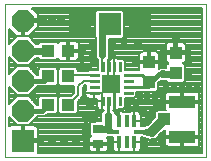
<source format=gtl>
G75*
%MOIN*%
%OFA0B0*%
%FSLAX25Y25*%
%IPPOS*%
%LPD*%
%AMOC8*
5,1,8,0,0,1.08239X$1,22.5*
%
%ADD10C,0.00000*%
%ADD11C,0.00266*%
%ADD12R,0.05906X0.05906*%
%ADD13R,0.04134X0.03937*%
%ADD14R,0.08661X0.04134*%
%ADD15R,0.04331X0.03937*%
%ADD16R,0.03937X0.04331*%
%ADD17R,0.07400X0.07400*%
%ADD18OC8,0.07400*%
%ADD19R,0.01378X0.03937*%
%ADD20R,0.03937X0.01378*%
%ADD21R,0.03543X0.02756*%
%ADD22C,0.00800*%
%ADD23C,0.01000*%
%ADD24OC8,0.02381*%
%ADD25C,0.01600*%
%ADD26C,0.02400*%
%ADD27C,0.01378*%
%ADD28C,0.03200*%
D10*
X0001400Y0002688D02*
X0001400Y0053869D01*
X0068329Y0053869D01*
X0068329Y0002688D01*
X0001400Y0002688D01*
D11*
X0029683Y0023746D02*
X0032605Y0023746D01*
X0029683Y0023746D02*
X0029683Y0024542D01*
X0032605Y0024542D01*
X0032605Y0023746D01*
X0032605Y0024011D02*
X0029683Y0024011D01*
X0029683Y0024276D02*
X0032605Y0024276D01*
X0032605Y0024541D02*
X0029683Y0024541D01*
X0029683Y0025715D02*
X0032605Y0025715D01*
X0029683Y0025715D02*
X0029683Y0026511D01*
X0032605Y0026511D01*
X0032605Y0025715D01*
X0032605Y0025980D02*
X0029683Y0025980D01*
X0029683Y0026245D02*
X0032605Y0026245D01*
X0032605Y0026510D02*
X0029683Y0026510D01*
X0029683Y0027683D02*
X0032605Y0027683D01*
X0029683Y0027683D02*
X0029683Y0028479D01*
X0032605Y0028479D01*
X0032605Y0027683D01*
X0032605Y0027948D02*
X0029683Y0027948D01*
X0029683Y0028213D02*
X0032605Y0028213D01*
X0032605Y0028478D02*
X0029683Y0028478D01*
X0029683Y0029652D02*
X0032605Y0029652D01*
X0029683Y0029652D02*
X0029683Y0030448D01*
X0032605Y0030448D01*
X0032605Y0029652D01*
X0032605Y0029917D02*
X0029683Y0029917D01*
X0029683Y0030182D02*
X0032605Y0030182D01*
X0032605Y0030447D02*
X0029683Y0030447D01*
X0033482Y0031325D02*
X0033482Y0034247D01*
X0034278Y0034247D01*
X0034278Y0031325D01*
X0033482Y0031325D01*
X0033482Y0031590D02*
X0034278Y0031590D01*
X0034278Y0031855D02*
X0033482Y0031855D01*
X0033482Y0032120D02*
X0034278Y0032120D01*
X0034278Y0032385D02*
X0033482Y0032385D01*
X0033482Y0032650D02*
X0034278Y0032650D01*
X0034278Y0032915D02*
X0033482Y0032915D01*
X0033482Y0033180D02*
X0034278Y0033180D01*
X0034278Y0033445D02*
X0033482Y0033445D01*
X0033482Y0033710D02*
X0034278Y0033710D01*
X0034278Y0033975D02*
X0033482Y0033975D01*
X0033482Y0034240D02*
X0034278Y0034240D01*
X0035451Y0034247D02*
X0035451Y0031325D01*
X0035451Y0034247D02*
X0036247Y0034247D01*
X0036247Y0031325D01*
X0035451Y0031325D01*
X0035451Y0031590D02*
X0036247Y0031590D01*
X0036247Y0031855D02*
X0035451Y0031855D01*
X0035451Y0032120D02*
X0036247Y0032120D01*
X0036247Y0032385D02*
X0035451Y0032385D01*
X0035451Y0032650D02*
X0036247Y0032650D01*
X0036247Y0032915D02*
X0035451Y0032915D01*
X0035451Y0033180D02*
X0036247Y0033180D01*
X0036247Y0033445D02*
X0035451Y0033445D01*
X0035451Y0033710D02*
X0036247Y0033710D01*
X0036247Y0033975D02*
X0035451Y0033975D01*
X0035451Y0034240D02*
X0036247Y0034240D01*
X0037419Y0034247D02*
X0037419Y0031325D01*
X0037419Y0034247D02*
X0038215Y0034247D01*
X0038215Y0031325D01*
X0037419Y0031325D01*
X0037419Y0031590D02*
X0038215Y0031590D01*
X0038215Y0031855D02*
X0037419Y0031855D01*
X0037419Y0032120D02*
X0038215Y0032120D01*
X0038215Y0032385D02*
X0037419Y0032385D01*
X0037419Y0032650D02*
X0038215Y0032650D01*
X0038215Y0032915D02*
X0037419Y0032915D01*
X0037419Y0033180D02*
X0038215Y0033180D01*
X0038215Y0033445D02*
X0037419Y0033445D01*
X0037419Y0033710D02*
X0038215Y0033710D01*
X0038215Y0033975D02*
X0037419Y0033975D01*
X0037419Y0034240D02*
X0038215Y0034240D01*
X0039388Y0034247D02*
X0039388Y0031325D01*
X0039388Y0034247D02*
X0040184Y0034247D01*
X0040184Y0031325D01*
X0039388Y0031325D01*
X0039388Y0031590D02*
X0040184Y0031590D01*
X0040184Y0031855D02*
X0039388Y0031855D01*
X0039388Y0032120D02*
X0040184Y0032120D01*
X0040184Y0032385D02*
X0039388Y0032385D01*
X0039388Y0032650D02*
X0040184Y0032650D01*
X0040184Y0032915D02*
X0039388Y0032915D01*
X0039388Y0033180D02*
X0040184Y0033180D01*
X0040184Y0033445D02*
X0039388Y0033445D01*
X0039388Y0033710D02*
X0040184Y0033710D01*
X0040184Y0033975D02*
X0039388Y0033975D01*
X0039388Y0034240D02*
X0040184Y0034240D01*
X0041061Y0029652D02*
X0043983Y0029652D01*
X0041061Y0029652D02*
X0041061Y0030448D01*
X0043983Y0030448D01*
X0043983Y0029652D01*
X0043983Y0029917D02*
X0041061Y0029917D01*
X0041061Y0030182D02*
X0043983Y0030182D01*
X0043983Y0030447D02*
X0041061Y0030447D01*
X0041061Y0027683D02*
X0043983Y0027683D01*
X0041061Y0027683D02*
X0041061Y0028479D01*
X0043983Y0028479D01*
X0043983Y0027683D01*
X0043983Y0027948D02*
X0041061Y0027948D01*
X0041061Y0028213D02*
X0043983Y0028213D01*
X0043983Y0028478D02*
X0041061Y0028478D01*
X0041061Y0025715D02*
X0043983Y0025715D01*
X0041061Y0025715D02*
X0041061Y0026511D01*
X0043983Y0026511D01*
X0043983Y0025715D01*
X0043983Y0025980D02*
X0041061Y0025980D01*
X0041061Y0026245D02*
X0043983Y0026245D01*
X0043983Y0026510D02*
X0041061Y0026510D01*
X0041061Y0023746D02*
X0043983Y0023746D01*
X0041061Y0023746D02*
X0041061Y0024542D01*
X0043983Y0024542D01*
X0043983Y0023746D01*
X0043983Y0024011D02*
X0041061Y0024011D01*
X0041061Y0024276D02*
X0043983Y0024276D01*
X0043983Y0024541D02*
X0041061Y0024541D01*
X0039388Y0022869D02*
X0039388Y0019947D01*
X0039388Y0022869D02*
X0040184Y0022869D01*
X0040184Y0019947D01*
X0039388Y0019947D01*
X0039388Y0020212D02*
X0040184Y0020212D01*
X0040184Y0020477D02*
X0039388Y0020477D01*
X0039388Y0020742D02*
X0040184Y0020742D01*
X0040184Y0021007D02*
X0039388Y0021007D01*
X0039388Y0021272D02*
X0040184Y0021272D01*
X0040184Y0021537D02*
X0039388Y0021537D01*
X0039388Y0021802D02*
X0040184Y0021802D01*
X0040184Y0022067D02*
X0039388Y0022067D01*
X0039388Y0022332D02*
X0040184Y0022332D01*
X0040184Y0022597D02*
X0039388Y0022597D01*
X0039388Y0022862D02*
X0040184Y0022862D01*
X0037419Y0022869D02*
X0037419Y0019947D01*
X0037419Y0022869D02*
X0038215Y0022869D01*
X0038215Y0019947D01*
X0037419Y0019947D01*
X0037419Y0020212D02*
X0038215Y0020212D01*
X0038215Y0020477D02*
X0037419Y0020477D01*
X0037419Y0020742D02*
X0038215Y0020742D01*
X0038215Y0021007D02*
X0037419Y0021007D01*
X0037419Y0021272D02*
X0038215Y0021272D01*
X0038215Y0021537D02*
X0037419Y0021537D01*
X0037419Y0021802D02*
X0038215Y0021802D01*
X0038215Y0022067D02*
X0037419Y0022067D01*
X0037419Y0022332D02*
X0038215Y0022332D01*
X0038215Y0022597D02*
X0037419Y0022597D01*
X0037419Y0022862D02*
X0038215Y0022862D01*
X0035451Y0022869D02*
X0035451Y0019947D01*
X0035451Y0022869D02*
X0036247Y0022869D01*
X0036247Y0019947D01*
X0035451Y0019947D01*
X0035451Y0020212D02*
X0036247Y0020212D01*
X0036247Y0020477D02*
X0035451Y0020477D01*
X0035451Y0020742D02*
X0036247Y0020742D01*
X0036247Y0021007D02*
X0035451Y0021007D01*
X0035451Y0021272D02*
X0036247Y0021272D01*
X0036247Y0021537D02*
X0035451Y0021537D01*
X0035451Y0021802D02*
X0036247Y0021802D01*
X0036247Y0022067D02*
X0035451Y0022067D01*
X0035451Y0022332D02*
X0036247Y0022332D01*
X0036247Y0022597D02*
X0035451Y0022597D01*
X0035451Y0022862D02*
X0036247Y0022862D01*
X0033482Y0022869D02*
X0033482Y0019947D01*
X0033482Y0022869D02*
X0034278Y0022869D01*
X0034278Y0019947D01*
X0033482Y0019947D01*
X0033482Y0020212D02*
X0034278Y0020212D01*
X0034278Y0020477D02*
X0033482Y0020477D01*
X0033482Y0020742D02*
X0034278Y0020742D01*
X0034278Y0021007D02*
X0033482Y0021007D01*
X0033482Y0021272D02*
X0034278Y0021272D01*
X0034278Y0021537D02*
X0033482Y0021537D01*
X0033482Y0021802D02*
X0034278Y0021802D01*
X0034278Y0022067D02*
X0033482Y0022067D01*
X0033482Y0022332D02*
X0034278Y0022332D01*
X0034278Y0022597D02*
X0033482Y0022597D01*
X0033482Y0022862D02*
X0034278Y0022862D01*
D12*
X0036833Y0027097D03*
D13*
X0054451Y0015286D03*
D14*
X0060455Y0021093D03*
X0060455Y0009479D03*
D15*
X0022463Y0020168D03*
X0015770Y0020168D03*
X0015770Y0029578D03*
X0022463Y0029578D03*
X0022463Y0038121D03*
X0015770Y0038121D03*
D16*
X0049431Y0034381D03*
X0049431Y0027688D03*
X0058290Y0030837D03*
X0058290Y0037530D03*
D17*
X0046282Y0046979D03*
X0036282Y0046979D03*
X0026282Y0046979D03*
X0007306Y0008200D03*
D18*
X0007306Y0018200D03*
X0007306Y0028200D03*
X0007306Y0038200D03*
X0007306Y0048200D03*
D19*
X0039392Y0014696D03*
X0041951Y0014696D03*
X0044510Y0014696D03*
X0044510Y0007609D03*
X0041951Y0007609D03*
X0039392Y0007609D03*
D20*
X0037424Y0011152D03*
X0046479Y0011152D03*
D21*
X0032502Y0012137D03*
X0032502Y0007019D03*
D22*
X0032213Y0007307D02*
X0032213Y0006730D01*
X0029331Y0006730D01*
X0029331Y0005456D01*
X0029426Y0005100D01*
X0029610Y0004781D01*
X0029871Y0004520D01*
X0030190Y0004336D01*
X0030546Y0004241D01*
X0032213Y0004241D01*
X0032213Y0006729D01*
X0032791Y0006729D01*
X0032791Y0004241D01*
X0034458Y0004241D01*
X0034814Y0004336D01*
X0035134Y0004520D01*
X0035394Y0004781D01*
X0035579Y0005100D01*
X0035674Y0005456D01*
X0035674Y0006730D01*
X0032791Y0006730D01*
X0032791Y0007307D01*
X0035674Y0007307D01*
X0035674Y0008581D01*
X0035579Y0008937D01*
X0035394Y0009256D01*
X0035287Y0009363D01*
X0037303Y0009363D01*
X0037303Y0007609D01*
X0037303Y0005456D01*
X0037399Y0005100D01*
X0037583Y0004781D01*
X0037844Y0004520D01*
X0038163Y0004336D01*
X0038519Y0004241D01*
X0039392Y0004241D01*
X0039392Y0007609D01*
X0037303Y0007609D01*
X0039392Y0007609D01*
X0039392Y0007609D01*
X0039392Y0007609D01*
X0039392Y0004241D01*
X0040265Y0004241D01*
X0040621Y0004336D01*
X0040941Y0004520D01*
X0040961Y0004541D01*
X0042941Y0004541D01*
X0042962Y0004520D01*
X0043281Y0004336D01*
X0043637Y0004241D01*
X0044510Y0004241D01*
X0044510Y0007609D01*
X0044510Y0007609D01*
X0044510Y0004241D01*
X0045384Y0004241D01*
X0045740Y0004336D01*
X0046059Y0004520D01*
X0046319Y0004781D01*
X0046504Y0005100D01*
X0046599Y0005456D01*
X0046599Y0007609D01*
X0044510Y0007609D01*
X0044510Y0007609D01*
X0046599Y0007609D01*
X0046599Y0009363D01*
X0047088Y0009363D01*
X0048789Y0008863D01*
X0049780Y0008452D01*
X0050185Y0008452D01*
X0050206Y0008446D01*
X0050218Y0008452D01*
X0050854Y0008452D01*
X0051847Y0008863D01*
X0054728Y0011745D01*
X0054724Y0011730D01*
X0054724Y0009879D01*
X0060055Y0009879D01*
X0060055Y0009079D01*
X0060855Y0009079D01*
X0060855Y0006012D01*
X0064970Y0006012D01*
X0065326Y0006108D01*
X0065645Y0006292D01*
X0065906Y0006553D01*
X0066090Y0006872D01*
X0066186Y0007228D01*
X0066186Y0009079D01*
X0060855Y0009079D01*
X0060855Y0009879D01*
X0066186Y0009879D01*
X0066186Y0011730D01*
X0066090Y0012086D01*
X0065973Y0012289D01*
X0065973Y0018283D01*
X0066090Y0018486D01*
X0066186Y0018842D01*
X0066186Y0020693D01*
X0060855Y0020693D01*
X0060855Y0021493D01*
X0066186Y0021493D01*
X0066186Y0023345D01*
X0066090Y0023701D01*
X0065906Y0024020D01*
X0065645Y0024280D01*
X0065326Y0024465D01*
X0064970Y0024560D01*
X0060855Y0024560D01*
X0060855Y0021493D01*
X0060055Y0021493D01*
X0060055Y0020693D01*
X0054724Y0020693D01*
X0054724Y0018842D01*
X0054820Y0018486D01*
X0054896Y0018355D01*
X0051929Y0018355D01*
X0051284Y0017710D01*
X0051284Y0015938D01*
X0048892Y0013545D01*
X0047013Y0012941D01*
X0046599Y0012941D01*
X0046599Y0014696D01*
X0046599Y0016848D01*
X0046504Y0017205D01*
X0046319Y0017524D01*
X0046059Y0017784D01*
X0045740Y0017969D01*
X0045384Y0018064D01*
X0044510Y0018064D01*
X0043637Y0018064D01*
X0043281Y0017969D01*
X0042962Y0017784D01*
X0042941Y0017764D01*
X0040961Y0017764D01*
X0040941Y0017784D01*
X0040621Y0017969D01*
X0040265Y0018064D01*
X0039392Y0018064D01*
X0038519Y0018064D01*
X0038163Y0017969D01*
X0037931Y0017835D01*
X0037449Y0018317D01*
X0037449Y0018414D01*
X0037817Y0018414D01*
X0037817Y0021408D01*
X0037817Y0021408D01*
X0037817Y0018414D01*
X0038418Y0018414D01*
X0038808Y0018518D01*
X0039146Y0018714D01*
X0040695Y0018714D01*
X0041417Y0019436D01*
X0041417Y0022513D01*
X0044494Y0022513D01*
X0045217Y0023235D01*
X0045217Y0024513D01*
X0046917Y0024513D01*
X0047007Y0024422D01*
X0051856Y0024422D01*
X0052500Y0025067D01*
X0052500Y0027282D01*
X0053184Y0027966D01*
X0053203Y0027947D01*
X0055491Y0027947D01*
X0055866Y0027572D01*
X0060714Y0027572D01*
X0061358Y0028216D01*
X0061358Y0033458D01*
X0060765Y0034051D01*
X0060799Y0034060D01*
X0061118Y0034245D01*
X0061379Y0034505D01*
X0061563Y0034825D01*
X0061658Y0035181D01*
X0061658Y0037130D01*
X0058690Y0037130D01*
X0058690Y0037930D01*
X0061658Y0037930D01*
X0061658Y0039880D01*
X0061563Y0040236D01*
X0061379Y0040555D01*
X0061118Y0040816D01*
X0060799Y0041000D01*
X0060443Y0041096D01*
X0058690Y0041096D01*
X0058690Y0037930D01*
X0057890Y0037930D01*
X0057890Y0037130D01*
X0054921Y0037130D01*
X0054921Y0035181D01*
X0055017Y0034825D01*
X0055201Y0034505D01*
X0055462Y0034245D01*
X0055781Y0034060D01*
X0055814Y0034051D01*
X0055221Y0033458D01*
X0055221Y0032547D01*
X0053203Y0032547D01*
X0052803Y0032147D01*
X0052800Y0032147D01*
X0052800Y0033981D01*
X0049832Y0033981D01*
X0049832Y0034781D01*
X0052800Y0034781D01*
X0052800Y0036730D01*
X0052705Y0037086D01*
X0052520Y0037406D01*
X0052260Y0037666D01*
X0051940Y0037851D01*
X0051584Y0037946D01*
X0049831Y0037946D01*
X0049831Y0034781D01*
X0049032Y0034781D01*
X0049032Y0037946D01*
X0047279Y0037946D01*
X0046923Y0037851D01*
X0046603Y0037666D01*
X0046343Y0037406D01*
X0046158Y0037086D01*
X0046063Y0036730D01*
X0046063Y0034781D01*
X0049031Y0034781D01*
X0049031Y0033981D01*
X0046063Y0033981D01*
X0046063Y0032031D01*
X0046158Y0031675D01*
X0046173Y0031650D01*
X0044526Y0031650D01*
X0044494Y0031681D01*
X0041417Y0031681D01*
X0041417Y0034759D01*
X0040695Y0035481D01*
X0039146Y0035481D01*
X0038808Y0035676D01*
X0038418Y0035781D01*
X0037817Y0035781D01*
X0037217Y0035781D01*
X0036833Y0035678D01*
X0036449Y0035781D01*
X0036171Y0035781D01*
X0036180Y0035790D01*
X0036180Y0042179D01*
X0040438Y0042179D01*
X0041082Y0042823D01*
X0041082Y0051135D01*
X0040438Y0051779D01*
X0032126Y0051779D01*
X0031482Y0051135D01*
X0031482Y0042823D01*
X0031580Y0042725D01*
X0031580Y0035790D01*
X0032380Y0034990D01*
X0032380Y0034890D01*
X0032249Y0034759D01*
X0032249Y0031681D01*
X0029172Y0031681D01*
X0029040Y0031550D01*
X0025728Y0031550D01*
X0025728Y0032002D01*
X0025084Y0032646D01*
X0019842Y0032646D01*
X0019198Y0032002D01*
X0019198Y0027153D01*
X0019842Y0026509D01*
X0024309Y0026509D01*
X0024309Y0024136D01*
X0023410Y0023237D01*
X0019842Y0023237D01*
X0019198Y0022592D01*
X0019198Y0017744D01*
X0019842Y0017100D01*
X0025084Y0017100D01*
X0025728Y0017744D01*
X0025728Y0021312D01*
X0027309Y0022893D01*
X0027309Y0025689D01*
X0028202Y0026581D01*
X0028450Y0026581D01*
X0028450Y0025473D01*
X0028254Y0025135D01*
X0028150Y0024745D01*
X0028150Y0024145D01*
X0031144Y0024145D01*
X0031144Y0024144D01*
X0031144Y0024144D01*
X0031144Y0022213D01*
X0029481Y0022213D01*
X0029091Y0022317D01*
X0028741Y0022519D01*
X0028456Y0022805D01*
X0028254Y0023154D01*
X0028150Y0023544D01*
X0028150Y0024144D01*
X0031144Y0024144D01*
X0031144Y0022213D01*
X0031949Y0022213D01*
X0031949Y0021408D01*
X0031949Y0019745D01*
X0032053Y0019355D01*
X0032255Y0019005D01*
X0032540Y0018720D01*
X0032890Y0018518D01*
X0033280Y0018414D01*
X0033880Y0018414D01*
X0033880Y0021408D01*
X0031949Y0021408D01*
X0033880Y0021408D01*
X0033880Y0021408D01*
X0033880Y0021408D01*
X0033880Y0018414D01*
X0034249Y0018414D01*
X0034249Y0018317D01*
X0033549Y0017617D01*
X0033549Y0014615D01*
X0030275Y0014615D01*
X0029631Y0013970D01*
X0029631Y0010303D01*
X0030224Y0009710D01*
X0030190Y0009701D01*
X0029871Y0009517D01*
X0029610Y0009256D01*
X0029426Y0008937D01*
X0029331Y0008581D01*
X0029331Y0007307D01*
X0032213Y0007307D01*
X0032213Y0006680D02*
X0032791Y0006680D01*
X0032791Y0005882D02*
X0032213Y0005882D01*
X0032213Y0005083D02*
X0032791Y0005083D01*
X0032791Y0004285D02*
X0032213Y0004285D01*
X0030381Y0004285D02*
X0012397Y0004285D01*
X0012405Y0004315D02*
X0012405Y0007800D01*
X0007706Y0007800D01*
X0007706Y0008600D01*
X0012405Y0008600D01*
X0012405Y0012084D01*
X0012310Y0012440D01*
X0012126Y0012759D01*
X0011865Y0013020D01*
X0011546Y0013204D01*
X0011190Y0013300D01*
X0007705Y0013300D01*
X0007705Y0008600D01*
X0006906Y0008600D01*
X0006906Y0013300D01*
X0003421Y0013300D01*
X0003065Y0013204D01*
X0002800Y0013051D01*
X0002800Y0015917D01*
X0005317Y0013400D01*
X0009294Y0013400D01*
X0012105Y0016211D01*
X0012105Y0016300D01*
X0014589Y0016300D01*
X0015389Y0017100D01*
X0018391Y0017100D01*
X0019035Y0017744D01*
X0019035Y0022592D01*
X0018391Y0023237D01*
X0013149Y0023237D01*
X0012505Y0022592D01*
X0012505Y0020100D01*
X0012105Y0020100D01*
X0012105Y0020188D01*
X0009294Y0023000D01*
X0005317Y0023000D01*
X0002800Y0020482D01*
X0002800Y0025917D01*
X0005317Y0023400D01*
X0009294Y0023400D01*
X0012105Y0026211D01*
X0012105Y0026300D01*
X0015179Y0026300D01*
X0015389Y0026509D01*
X0018391Y0026509D01*
X0019035Y0027153D01*
X0019035Y0032002D01*
X0018391Y0032646D01*
X0013149Y0032646D01*
X0012505Y0032002D01*
X0012505Y0030100D01*
X0012105Y0030100D01*
X0012105Y0030188D01*
X0009294Y0033000D01*
X0005317Y0033000D01*
X0002800Y0030482D01*
X0002800Y0035917D01*
X0005317Y0033400D01*
X0009294Y0033400D01*
X0011794Y0035900D01*
X0012505Y0035900D01*
X0012505Y0035697D01*
X0013149Y0035052D01*
X0018391Y0035052D01*
X0018984Y0035645D01*
X0018993Y0035612D01*
X0019177Y0035293D01*
X0019438Y0035032D01*
X0019757Y0034848D01*
X0020113Y0034752D01*
X0022063Y0034752D01*
X0022063Y0037721D01*
X0022863Y0037721D01*
X0022863Y0038521D01*
X0022063Y0038521D01*
X0022063Y0041489D01*
X0020113Y0041489D01*
X0019757Y0041394D01*
X0019438Y0041210D01*
X0019177Y0040949D01*
X0018993Y0040630D01*
X0018984Y0040596D01*
X0018391Y0041189D01*
X0013149Y0041189D01*
X0012505Y0040545D01*
X0012505Y0040500D01*
X0011794Y0040500D01*
X0009294Y0043000D01*
X0005317Y0043000D01*
X0002800Y0040482D01*
X0002800Y0045493D01*
X0005193Y0043100D01*
X0006906Y0043100D01*
X0006906Y0047800D01*
X0007705Y0047800D01*
X0007705Y0043100D01*
X0009418Y0043100D01*
X0012405Y0046087D01*
X0012405Y0047800D01*
X0007706Y0047800D01*
X0007706Y0048600D01*
X0012405Y0048600D01*
X0012405Y0050312D01*
X0010249Y0052469D01*
X0066929Y0052469D01*
X0066929Y0004088D01*
X0012345Y0004088D01*
X0012405Y0004315D01*
X0012405Y0005083D02*
X0029436Y0005083D01*
X0029331Y0005882D02*
X0012405Y0005882D01*
X0012405Y0006680D02*
X0029331Y0006680D01*
X0029331Y0007479D02*
X0012405Y0007479D01*
X0012405Y0009076D02*
X0029506Y0009076D01*
X0030059Y0009874D02*
X0012405Y0009874D01*
X0012405Y0010673D02*
X0029631Y0010673D01*
X0029631Y0011471D02*
X0012405Y0011471D01*
X0012356Y0012270D02*
X0029631Y0012270D01*
X0029631Y0013068D02*
X0011781Y0013068D01*
X0010560Y0014665D02*
X0033549Y0014665D01*
X0033549Y0015464D02*
X0011358Y0015464D01*
X0012105Y0016262D02*
X0033549Y0016262D01*
X0033549Y0017061D02*
X0015350Y0017061D01*
X0012505Y0020255D02*
X0012038Y0020255D01*
X0012505Y0021054D02*
X0011240Y0021054D01*
X0010441Y0021852D02*
X0012505Y0021852D01*
X0012563Y0022651D02*
X0009643Y0022651D01*
X0009343Y0023449D02*
X0023623Y0023449D01*
X0024309Y0024248D02*
X0010142Y0024248D01*
X0010940Y0025046D02*
X0024309Y0025046D01*
X0024309Y0025845D02*
X0011739Y0025845D01*
X0011658Y0030636D02*
X0012505Y0030636D01*
X0012505Y0031434D02*
X0010859Y0031434D01*
X0010061Y0032233D02*
X0012736Y0032233D01*
X0010522Y0034628D02*
X0032249Y0034628D01*
X0032249Y0033830D02*
X0009724Y0033830D01*
X0011321Y0035427D02*
X0012775Y0035427D01*
X0018765Y0035427D02*
X0019100Y0035427D01*
X0022063Y0035427D02*
X0022863Y0035427D01*
X0022863Y0034752D02*
X0024813Y0034752D01*
X0025169Y0034848D01*
X0025488Y0035032D01*
X0025749Y0035293D01*
X0025933Y0035612D01*
X0026028Y0035968D01*
X0026028Y0037721D01*
X0022863Y0037721D01*
X0022863Y0034752D01*
X0022863Y0036225D02*
X0022063Y0036225D01*
X0022063Y0037024D02*
X0022863Y0037024D01*
X0022863Y0037822D02*
X0031580Y0037822D01*
X0031580Y0038621D02*
X0026028Y0038621D01*
X0026028Y0038521D02*
X0026028Y0040274D01*
X0025933Y0040630D01*
X0025749Y0040949D01*
X0025488Y0041210D01*
X0025169Y0041394D01*
X0024813Y0041489D01*
X0022863Y0041489D01*
X0022863Y0038521D01*
X0026028Y0038521D01*
X0026028Y0039419D02*
X0031580Y0039419D01*
X0031580Y0040218D02*
X0026028Y0040218D01*
X0025681Y0041016D02*
X0031580Y0041016D01*
X0031580Y0041815D02*
X0010478Y0041815D01*
X0009680Y0042613D02*
X0031580Y0042613D01*
X0031482Y0043412D02*
X0009730Y0043412D01*
X0010529Y0044210D02*
X0031482Y0044210D01*
X0031482Y0045009D02*
X0011327Y0045009D01*
X0012126Y0045807D02*
X0031482Y0045807D01*
X0031482Y0046606D02*
X0012405Y0046606D01*
X0012405Y0047404D02*
X0031482Y0047404D01*
X0031482Y0048203D02*
X0007706Y0048203D01*
X0007705Y0047404D02*
X0006906Y0047404D01*
X0006906Y0046606D02*
X0007705Y0046606D01*
X0007705Y0045807D02*
X0006906Y0045807D01*
X0006906Y0045009D02*
X0007705Y0045009D01*
X0007705Y0044210D02*
X0006906Y0044210D01*
X0006906Y0043412D02*
X0007705Y0043412D01*
X0004931Y0042613D02*
X0002800Y0042613D01*
X0002800Y0041815D02*
X0004133Y0041815D01*
X0003334Y0041016D02*
X0002800Y0041016D01*
X0002800Y0043412D02*
X0004881Y0043412D01*
X0004082Y0044210D02*
X0002800Y0044210D01*
X0002800Y0045009D02*
X0003284Y0045009D01*
X0011277Y0041016D02*
X0012976Y0041016D01*
X0018564Y0041016D02*
X0019245Y0041016D01*
X0022063Y0041016D02*
X0022863Y0041016D01*
X0022863Y0040218D02*
X0022063Y0040218D01*
X0022063Y0039419D02*
X0022863Y0039419D01*
X0022863Y0038621D02*
X0022063Y0038621D01*
X0026028Y0037024D02*
X0031580Y0037024D01*
X0031580Y0036225D02*
X0026028Y0036225D01*
X0025826Y0035427D02*
X0031944Y0035427D01*
X0033880Y0036743D02*
X0033880Y0032786D01*
X0035849Y0032786D02*
X0035849Y0031450D01*
X0035849Y0031450D01*
X0035849Y0032786D01*
X0035849Y0032786D01*
X0035849Y0035459D01*
X0035849Y0035459D01*
X0035849Y0032786D01*
X0035849Y0032786D01*
X0035849Y0032609D02*
X0035849Y0029066D01*
X0037817Y0029263D02*
X0037817Y0032412D01*
X0037817Y0032233D02*
X0037817Y0032233D01*
X0037817Y0032786D02*
X0037817Y0031450D01*
X0037817Y0031450D01*
X0037817Y0032786D01*
X0037817Y0032786D01*
X0037817Y0035781D01*
X0037817Y0032786D01*
X0037817Y0032786D01*
X0037817Y0033031D02*
X0037817Y0033031D01*
X0037817Y0033830D02*
X0037817Y0033830D01*
X0037817Y0034628D02*
X0037817Y0034628D01*
X0037817Y0035427D02*
X0037817Y0035427D01*
X0036180Y0036225D02*
X0046063Y0036225D01*
X0046142Y0037024D02*
X0036180Y0037024D01*
X0036180Y0037822D02*
X0046874Y0037822D01*
X0049032Y0037822D02*
X0049831Y0037822D01*
X0049831Y0037024D02*
X0049032Y0037024D01*
X0049032Y0036225D02*
X0049831Y0036225D01*
X0049831Y0035427D02*
X0049032Y0035427D01*
X0049031Y0034628D02*
X0041417Y0034628D01*
X0041417Y0033830D02*
X0046063Y0033830D01*
X0046063Y0033031D02*
X0041417Y0033031D01*
X0041417Y0032233D02*
X0046063Y0032233D01*
X0046063Y0035427D02*
X0040749Y0035427D01*
X0036180Y0038621D02*
X0054921Y0038621D01*
X0054921Y0037930D02*
X0057890Y0037930D01*
X0057890Y0041096D01*
X0056137Y0041096D01*
X0055781Y0041000D01*
X0055462Y0040816D01*
X0055201Y0040555D01*
X0055017Y0040236D01*
X0054921Y0039880D01*
X0054921Y0037930D01*
X0054921Y0037024D02*
X0052721Y0037024D01*
X0052800Y0036225D02*
X0054921Y0036225D01*
X0054921Y0035427D02*
X0052800Y0035427D01*
X0052800Y0033830D02*
X0055593Y0033830D01*
X0055130Y0034628D02*
X0049832Y0034628D01*
X0052800Y0033031D02*
X0055221Y0033031D01*
X0052889Y0032233D02*
X0052800Y0032233D01*
X0052660Y0027442D02*
X0066929Y0027442D01*
X0066929Y0026643D02*
X0052500Y0026643D01*
X0052500Y0025845D02*
X0066929Y0025845D01*
X0066929Y0025046D02*
X0052479Y0025046D01*
X0054820Y0023701D02*
X0054724Y0023345D01*
X0054724Y0021493D01*
X0060055Y0021493D01*
X0060055Y0024560D01*
X0055940Y0024560D01*
X0055584Y0024465D01*
X0055265Y0024280D01*
X0055004Y0024020D01*
X0054820Y0023701D01*
X0054752Y0023449D02*
X0045217Y0023449D01*
X0044632Y0022651D02*
X0054724Y0022651D01*
X0054724Y0021852D02*
X0041417Y0021852D01*
X0041417Y0021054D02*
X0060055Y0021054D01*
X0060055Y0021852D02*
X0060855Y0021852D01*
X0060855Y0021054D02*
X0066929Y0021054D01*
X0066929Y0021852D02*
X0066186Y0021852D01*
X0066186Y0022651D02*
X0066929Y0022651D01*
X0066929Y0023449D02*
X0066158Y0023449D01*
X0065678Y0024248D02*
X0066929Y0024248D01*
X0066929Y0028240D02*
X0061358Y0028240D01*
X0061358Y0029039D02*
X0066929Y0029039D01*
X0066929Y0029837D02*
X0061358Y0029837D01*
X0061358Y0030636D02*
X0066929Y0030636D01*
X0066929Y0031434D02*
X0061358Y0031434D01*
X0061358Y0032233D02*
X0066929Y0032233D01*
X0066929Y0033031D02*
X0061358Y0033031D01*
X0060987Y0033830D02*
X0066929Y0033830D01*
X0066929Y0034628D02*
X0061449Y0034628D01*
X0061658Y0035427D02*
X0066929Y0035427D01*
X0066929Y0036225D02*
X0061658Y0036225D01*
X0061658Y0037024D02*
X0066929Y0037024D01*
X0066929Y0037822D02*
X0058690Y0037822D01*
X0058690Y0038621D02*
X0057890Y0038621D01*
X0057890Y0039419D02*
X0058690Y0039419D01*
X0058690Y0040218D02*
X0057890Y0040218D01*
X0057890Y0041016D02*
X0058690Y0041016D01*
X0060739Y0041016D02*
X0066929Y0041016D01*
X0066929Y0040218D02*
X0061568Y0040218D01*
X0061658Y0039419D02*
X0066929Y0039419D01*
X0066929Y0038621D02*
X0061658Y0038621D01*
X0057890Y0037822D02*
X0051989Y0037822D01*
X0054921Y0039419D02*
X0036180Y0039419D01*
X0036180Y0040218D02*
X0055012Y0040218D01*
X0055841Y0041016D02*
X0036180Y0041016D01*
X0036180Y0041815D02*
X0066929Y0041815D01*
X0066929Y0042613D02*
X0040872Y0042613D01*
X0041082Y0043412D02*
X0066929Y0043412D01*
X0066929Y0044210D02*
X0041082Y0044210D01*
X0041082Y0045009D02*
X0066929Y0045009D01*
X0066929Y0045807D02*
X0041082Y0045807D01*
X0041082Y0046606D02*
X0066929Y0046606D01*
X0066929Y0047404D02*
X0041082Y0047404D01*
X0041082Y0048203D02*
X0066929Y0048203D01*
X0066929Y0049001D02*
X0041082Y0049001D01*
X0041082Y0049800D02*
X0066929Y0049800D01*
X0066929Y0050598D02*
X0041082Y0050598D01*
X0040820Y0051397D02*
X0066929Y0051397D01*
X0066929Y0052195D02*
X0010522Y0052195D01*
X0011321Y0051397D02*
X0031744Y0051397D01*
X0031482Y0050598D02*
X0012119Y0050598D01*
X0012405Y0049800D02*
X0031482Y0049800D01*
X0031482Y0049001D02*
X0012405Y0049001D01*
X0003290Y0035427D02*
X0002800Y0035427D01*
X0002800Y0034628D02*
X0004089Y0034628D01*
X0004887Y0033830D02*
X0002800Y0033830D01*
X0002800Y0033031D02*
X0032249Y0033031D01*
X0032249Y0032233D02*
X0025497Y0032233D01*
X0022935Y0030050D02*
X0031144Y0030050D01*
X0031144Y0028081D02*
X0027581Y0028081D01*
X0025809Y0026310D01*
X0025809Y0023515D01*
X0022463Y0020168D01*
X0019198Y0020255D02*
X0019035Y0020255D01*
X0019035Y0019457D02*
X0019198Y0019457D01*
X0019198Y0018658D02*
X0019035Y0018658D01*
X0019035Y0017860D02*
X0019198Y0017860D01*
X0019198Y0021054D02*
X0019035Y0021054D01*
X0019035Y0021852D02*
X0019198Y0021852D01*
X0019256Y0022651D02*
X0018977Y0022651D01*
X0018525Y0026643D02*
X0019708Y0026643D01*
X0019198Y0027442D02*
X0019035Y0027442D01*
X0019035Y0028240D02*
X0019198Y0028240D01*
X0019198Y0029039D02*
X0019035Y0029039D01*
X0019035Y0029837D02*
X0019198Y0029837D01*
X0019198Y0030636D02*
X0019035Y0030636D01*
X0019035Y0031434D02*
X0019198Y0031434D01*
X0019429Y0032233D02*
X0018804Y0032233D01*
X0027466Y0025845D02*
X0028450Y0025845D01*
X0028230Y0025046D02*
X0027309Y0025046D01*
X0027309Y0024248D02*
X0028150Y0024248D01*
X0028175Y0023449D02*
X0027309Y0023449D01*
X0027067Y0022651D02*
X0028610Y0022651D01*
X0026268Y0021852D02*
X0031949Y0021852D01*
X0031949Y0021054D02*
X0025728Y0021054D01*
X0025728Y0020255D02*
X0031949Y0020255D01*
X0032026Y0019457D02*
X0025728Y0019457D01*
X0025728Y0018658D02*
X0032648Y0018658D01*
X0033880Y0018658D02*
X0033880Y0018658D01*
X0033880Y0019457D02*
X0033880Y0019457D01*
X0033880Y0020255D02*
X0033880Y0020255D01*
X0033880Y0021054D02*
X0033880Y0021054D01*
X0033880Y0021408D02*
X0033880Y0022744D01*
X0033880Y0022744D01*
X0033880Y0021408D01*
X0033880Y0021408D01*
X0033880Y0021852D02*
X0033880Y0021852D01*
X0033880Y0022373D02*
X0033880Y0024144D01*
X0034471Y0024735D01*
X0033880Y0024144D02*
X0031144Y0024144D01*
X0031144Y0023449D02*
X0031144Y0023449D01*
X0031144Y0022651D02*
X0031144Y0022651D01*
X0033880Y0022651D02*
X0033880Y0022651D01*
X0037817Y0021054D02*
X0037817Y0021054D01*
X0037817Y0020255D02*
X0037817Y0020255D01*
X0037817Y0019457D02*
X0037817Y0019457D01*
X0037817Y0018658D02*
X0037817Y0018658D01*
X0037906Y0017860D02*
X0037974Y0017860D01*
X0039050Y0018658D02*
X0054774Y0018658D01*
X0054724Y0019457D02*
X0041417Y0019457D01*
X0041417Y0020255D02*
X0054724Y0020255D01*
X0051433Y0017860D02*
X0045929Y0017860D01*
X0046542Y0017061D02*
X0051284Y0017061D01*
X0051284Y0016262D02*
X0046599Y0016262D01*
X0046599Y0015464D02*
X0050811Y0015464D01*
X0050012Y0014665D02*
X0046599Y0014665D01*
X0046599Y0014696D02*
X0044510Y0014696D01*
X0044510Y0018064D01*
X0044510Y0014696D01*
X0044510Y0014696D01*
X0046599Y0014696D01*
X0046599Y0013867D02*
X0049214Y0013867D01*
X0047408Y0013068D02*
X0046599Y0013068D01*
X0044510Y0014696D02*
X0044510Y0014696D01*
X0044510Y0015464D02*
X0044510Y0015464D01*
X0044510Y0016262D02*
X0044510Y0016262D01*
X0044510Y0017061D02*
X0044510Y0017061D01*
X0044510Y0017860D02*
X0044510Y0017860D01*
X0043092Y0017860D02*
X0040811Y0017860D01*
X0039392Y0017860D02*
X0039392Y0017860D01*
X0039392Y0018064D02*
X0039392Y0014696D01*
X0039392Y0014696D01*
X0039392Y0018064D01*
X0039392Y0017061D02*
X0039392Y0017061D01*
X0039392Y0016262D02*
X0039392Y0016262D01*
X0039392Y0015464D02*
X0039392Y0015464D01*
X0033791Y0017860D02*
X0025728Y0017860D01*
X0029631Y0013867D02*
X0009761Y0013867D01*
X0007705Y0013068D02*
X0006906Y0013068D01*
X0006906Y0012270D02*
X0007705Y0012270D01*
X0007705Y0011471D02*
X0006906Y0011471D01*
X0006906Y0010673D02*
X0007705Y0010673D01*
X0007705Y0009874D02*
X0006906Y0009874D01*
X0006906Y0009076D02*
X0007705Y0009076D01*
X0007706Y0008277D02*
X0029331Y0008277D01*
X0034624Y0004285D02*
X0038354Y0004285D01*
X0039392Y0004285D02*
X0039392Y0004285D01*
X0039392Y0005083D02*
X0039392Y0005083D01*
X0039392Y0005882D02*
X0039392Y0005882D01*
X0039392Y0006680D02*
X0039392Y0006680D01*
X0039392Y0007479D02*
X0039392Y0007479D01*
X0037303Y0007479D02*
X0035674Y0007479D01*
X0035674Y0008277D02*
X0037303Y0008277D01*
X0037303Y0009076D02*
X0035498Y0009076D01*
X0035674Y0006680D02*
X0037303Y0006680D01*
X0037303Y0005882D02*
X0035674Y0005882D01*
X0035569Y0005083D02*
X0037408Y0005083D01*
X0040431Y0004285D02*
X0043472Y0004285D01*
X0044510Y0004285D02*
X0044510Y0004285D01*
X0045549Y0004285D02*
X0066929Y0004285D01*
X0066929Y0005083D02*
X0046494Y0005083D01*
X0046599Y0005882D02*
X0066929Y0005882D01*
X0066929Y0006680D02*
X0065980Y0006680D01*
X0066186Y0007479D02*
X0066929Y0007479D01*
X0066929Y0008277D02*
X0066186Y0008277D01*
X0066186Y0009076D02*
X0066929Y0009076D01*
X0066929Y0009874D02*
X0060855Y0009874D01*
X0060855Y0009076D02*
X0060055Y0009076D01*
X0060055Y0009079D02*
X0060055Y0006012D01*
X0055940Y0006012D01*
X0055584Y0006108D01*
X0055265Y0006292D01*
X0055004Y0006553D01*
X0054820Y0006872D01*
X0054724Y0007228D01*
X0054724Y0009079D01*
X0060055Y0009079D01*
X0060055Y0009874D02*
X0052858Y0009874D01*
X0053656Y0010673D02*
X0054724Y0010673D01*
X0054724Y0011471D02*
X0054455Y0011471D01*
X0054724Y0009076D02*
X0052059Y0009076D01*
X0054724Y0008277D02*
X0046599Y0008277D01*
X0046599Y0007479D02*
X0054724Y0007479D01*
X0054930Y0006680D02*
X0046599Y0006680D01*
X0044510Y0006680D02*
X0044510Y0006680D01*
X0044510Y0005882D02*
X0044510Y0005882D01*
X0044510Y0005083D02*
X0044510Y0005083D01*
X0044510Y0007479D02*
X0044510Y0007479D01*
X0046599Y0009076D02*
X0048065Y0009076D01*
X0060055Y0008277D02*
X0060855Y0008277D01*
X0060855Y0007479D02*
X0060055Y0007479D01*
X0060055Y0006680D02*
X0060855Y0006680D01*
X0066186Y0010673D02*
X0066929Y0010673D01*
X0066929Y0011471D02*
X0066186Y0011471D01*
X0065984Y0012270D02*
X0066929Y0012270D01*
X0066929Y0013068D02*
X0065973Y0013068D01*
X0065973Y0013867D02*
X0066929Y0013867D01*
X0066929Y0014665D02*
X0065973Y0014665D01*
X0065973Y0015464D02*
X0066929Y0015464D01*
X0066929Y0016262D02*
X0065973Y0016262D01*
X0065973Y0017061D02*
X0066929Y0017061D01*
X0066929Y0017860D02*
X0065973Y0017860D01*
X0066136Y0018658D02*
X0066929Y0018658D01*
X0066929Y0019457D02*
X0066186Y0019457D01*
X0066186Y0020255D02*
X0066929Y0020255D01*
X0060855Y0022651D02*
X0060055Y0022651D01*
X0060055Y0023449D02*
X0060855Y0023449D01*
X0060855Y0024248D02*
X0060055Y0024248D01*
X0055232Y0024248D02*
X0045217Y0024248D01*
X0035849Y0032233D02*
X0035849Y0032233D01*
X0035849Y0033031D02*
X0035849Y0033031D01*
X0035849Y0033830D02*
X0035849Y0033830D01*
X0035849Y0034628D02*
X0035849Y0034628D01*
X0035849Y0035427D02*
X0035849Y0035427D01*
X0005268Y0023449D02*
X0002800Y0023449D01*
X0002800Y0022651D02*
X0004968Y0022651D01*
X0004170Y0021852D02*
X0002800Y0021852D01*
X0002800Y0021054D02*
X0003371Y0021054D01*
X0002800Y0024248D02*
X0004469Y0024248D01*
X0003671Y0025046D02*
X0002800Y0025046D01*
X0002800Y0025845D02*
X0002872Y0025845D01*
X0002800Y0030636D02*
X0002953Y0030636D01*
X0002800Y0031434D02*
X0003752Y0031434D01*
X0004550Y0032233D02*
X0002800Y0032233D01*
X0002800Y0015464D02*
X0003253Y0015464D01*
X0002800Y0014665D02*
X0004051Y0014665D01*
X0004850Y0013867D02*
X0002800Y0013867D01*
X0002800Y0013068D02*
X0002830Y0013068D01*
D23*
X0022463Y0029578D02*
X0022935Y0030050D01*
X0035849Y0032609D02*
X0035849Y0035168D01*
X0037030Y0036349D01*
X0037030Y0037137D01*
X0042522Y0030050D02*
X0047069Y0030050D01*
X0049431Y0027688D01*
X0049431Y0026113D01*
X0042522Y0026113D01*
X0037817Y0026113D02*
X0036833Y0027097D01*
X0037817Y0026113D02*
X0037817Y0021408D01*
X0037817Y0020798D02*
X0037817Y0018239D01*
X0039195Y0016861D01*
X0039195Y0015877D01*
X0039392Y0015680D01*
X0035849Y0016664D02*
X0035849Y0021408D01*
X0035849Y0012137D02*
X0036439Y0012137D01*
X0036636Y0011940D01*
X0036636Y0011152D01*
X0037424Y0011152D01*
X0046676Y0011152D02*
X0052187Y0012924D01*
X0050022Y0010168D02*
X0046676Y0011152D01*
D24*
X0047660Y0008200D03*
X0047660Y0005641D03*
X0050809Y0007609D03*
X0053762Y0007412D03*
X0053762Y0009578D03*
X0055140Y0005050D03*
X0057699Y0005050D03*
X0060258Y0005050D03*
X0062817Y0005050D03*
X0065376Y0005050D03*
X0049431Y0015483D03*
X0050416Y0017452D03*
X0051794Y0019223D03*
X0053762Y0020798D03*
X0051400Y0022963D03*
X0048841Y0022963D03*
X0046282Y0022963D03*
X0044904Y0019026D03*
X0042345Y0019026D03*
X0047266Y0017845D03*
X0047660Y0014105D03*
X0053762Y0023357D03*
X0055140Y0025522D03*
X0057699Y0025522D03*
X0060258Y0025522D03*
X0062817Y0025522D03*
X0065376Y0025522D03*
X0062424Y0030837D03*
X0062424Y0034184D03*
X0062424Y0037530D03*
X0058290Y0041861D03*
X0053959Y0037530D03*
X0053959Y0034578D03*
X0054156Y0030247D03*
X0044904Y0034381D03*
X0049431Y0038908D03*
X0045691Y0040680D03*
X0040967Y0041270D03*
X0041951Y0044223D03*
X0041951Y0047767D03*
X0041951Y0051310D03*
X0030534Y0051310D03*
X0030534Y0047767D03*
X0030534Y0044223D03*
X0030731Y0040680D03*
X0026991Y0038121D03*
X0026991Y0035562D03*
X0030731Y0037137D03*
X0031124Y0034381D03*
X0029156Y0032609D03*
X0026597Y0032609D03*
X0019117Y0025129D03*
X0010652Y0023160D03*
X0010849Y0033200D03*
X0027778Y0021979D03*
X0029746Y0020207D03*
X0032502Y0017452D03*
X0030928Y0015483D03*
X0028369Y0015286D03*
X0028369Y0012530D03*
X0028369Y0009774D03*
X0028369Y0007019D03*
X0025022Y0008200D03*
X0021085Y0008200D03*
X0017148Y0008200D03*
X0013211Y0008200D03*
X0036439Y0007019D03*
X0037030Y0037137D03*
X0037030Y0040680D03*
X0019904Y0048160D03*
X0016951Y0048160D03*
X0014195Y0048160D03*
D25*
X0015770Y0029578D02*
X0014392Y0028200D01*
X0007306Y0028200D01*
X0015770Y0020168D02*
X0013802Y0018200D01*
X0007306Y0018200D01*
X0049431Y0027688D02*
X0050219Y0027688D01*
X0052778Y0030247D01*
X0054156Y0030247D01*
D26*
X0058290Y0030247D01*
X0058290Y0030837D01*
X0036282Y0046979D02*
X0033880Y0046979D01*
X0033880Y0036743D01*
X0015770Y0038121D02*
X0015770Y0038200D01*
X0007306Y0038200D01*
X0035849Y0016664D02*
X0035849Y0012137D01*
X0032502Y0012137D01*
D27*
X0046479Y0011152D02*
X0046676Y0011152D01*
X0050317Y0011152D01*
D28*
X0054451Y0015286D01*
M02*

</source>
